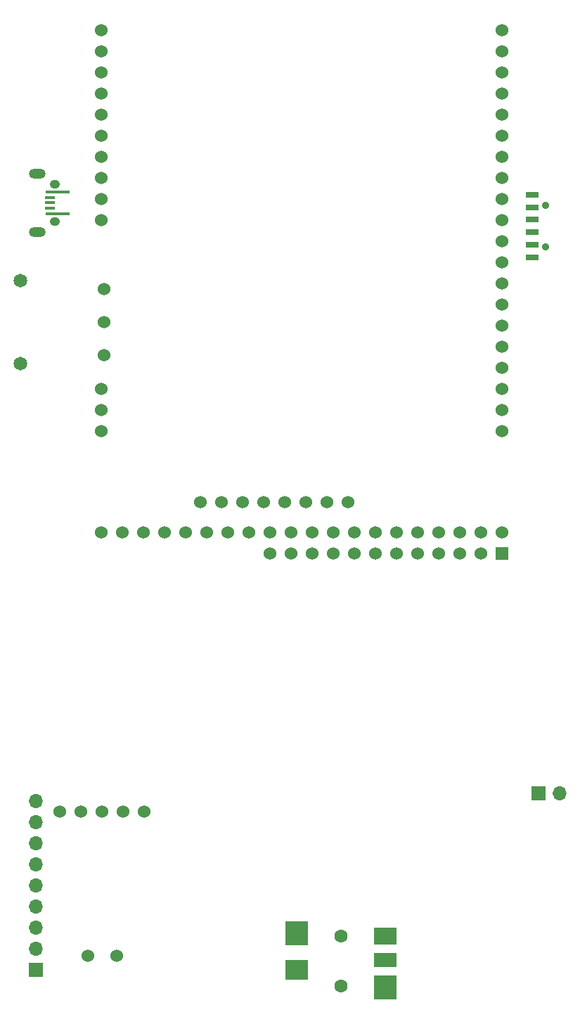
<source format=gbr>
%TF.GenerationSoftware,KiCad,Pcbnew,(5.1.9)-1*%
%TF.CreationDate,2021-03-20T17:22:00+11:00*%
%TF.ProjectId,GBC_motherboard,4742435f-6d6f-4746-9865-72626f617264,rev?*%
%TF.SameCoordinates,Original*%
%TF.FileFunction,Soldermask,Bot*%
%TF.FilePolarity,Negative*%
%FSLAX46Y46*%
G04 Gerber Fmt 4.6, Leading zero omitted, Abs format (unit mm)*
G04 Created by KiCad (PCBNEW (5.1.9)-1) date 2021-03-20 17:22:00*
%MOMM*%
%LPD*%
G01*
G04 APERTURE LIST*
%ADD10R,1.200000X0.400000*%
%ADD11R,3.000000X0.400000*%
%ADD12O,1.200000X1.050000*%
%ADD13O,2.000000X1.200000*%
%ADD14R,1.500000X0.700000*%
%ADD15C,0.900000*%
%ADD16R,1.700000X1.700000*%
%ADD17O,1.700000X1.700000*%
%ADD18C,1.524000*%
%ADD19R,1.524000X1.524000*%
%ADD20C,1.650000*%
%ADD21R,2.700000X2.900000*%
%ADD22R,2.700000X1.800000*%
%ADD23R,2.700000X2.100000*%
%ADD24R,2.700000X2.400000*%
%ADD25C,1.600000*%
G04 APERTURE END LIST*
D10*
%TO.C,U1*%
X114125000Y-63500000D03*
X114125000Y-62850000D03*
D11*
X115025000Y-62200000D03*
X115025000Y-64800000D03*
D10*
X114125000Y-64150000D03*
D12*
X114725000Y-61275000D03*
X114725000Y-65725000D03*
D13*
X112575000Y-60000000D03*
X112575000Y-67000000D03*
%TD*%
D14*
%TO.C,U2*%
X172162000Y-67044000D03*
X172162000Y-68544000D03*
X172162000Y-70044000D03*
X172162000Y-65544000D03*
X172162000Y-64044000D03*
X172162000Y-62544000D03*
D15*
X173787000Y-63794000D03*
X173787000Y-68794000D03*
%TD*%
D16*
%TO.C,J1*%
X112382000Y-155829000D03*
D17*
X112382000Y-153289000D03*
X112382000Y-150749000D03*
X112382000Y-148209000D03*
X112382000Y-145669000D03*
X112382000Y-143129000D03*
X112382000Y-140589000D03*
X112382000Y-138049000D03*
X112382000Y-135509000D03*
%TD*%
D18*
%TO.C,U6*%
X125374000Y-103226000D03*
X160934000Y-103226000D03*
X140614000Y-105766000D03*
X143154000Y-105766000D03*
X130454000Y-103226000D03*
X145694000Y-105766000D03*
X163474000Y-103226000D03*
X148234000Y-105766000D03*
X150774000Y-105766000D03*
X153314000Y-105766000D03*
X158394000Y-105766000D03*
X163474000Y-105766000D03*
X140614000Y-103226000D03*
X155854000Y-105766000D03*
X160934000Y-105766000D03*
X120294000Y-103226000D03*
X145694000Y-103226000D03*
X150774000Y-103226000D03*
X153314000Y-103226000D03*
X135534000Y-103226000D03*
X166014000Y-105766000D03*
D19*
X168554000Y-105766000D03*
D18*
X138074000Y-103226000D03*
X166014000Y-103226000D03*
X158394000Y-103226000D03*
X155854000Y-103226000D03*
X127914000Y-103226000D03*
X122834000Y-103226000D03*
X143154000Y-103226000D03*
X132994000Y-103226000D03*
X168554000Y-103226000D03*
X148234000Y-103226000D03*
%TD*%
%TO.C,U8*%
X118660000Y-154196000D03*
X122150000Y-154195000D03*
X125480000Y-136796000D03*
X122940000Y-136796000D03*
X120400000Y-136796000D03*
X117860000Y-136796000D03*
X115320000Y-136796000D03*
%TD*%
D16*
%TO.C,LS1*%
X172923000Y-134620000D03*
D17*
X175463000Y-134620000D03*
%TD*%
D18*
%TO.C,U3*%
X132182000Y-99568000D03*
X134722000Y-99568000D03*
X137262000Y-99568000D03*
X139802000Y-99568000D03*
X142342000Y-99568000D03*
X144882000Y-99568000D03*
X147422000Y-99568000D03*
X149962000Y-99568000D03*
%TD*%
%TO.C,U7*%
X120581000Y-73851000D03*
X120581000Y-77851000D03*
X120581000Y-81851000D03*
D20*
X110581000Y-72851000D03*
X110581000Y-82851000D03*
%TD*%
D21*
%TO.C,U9*%
X154499000Y-157982000D03*
D22*
X154499000Y-154682000D03*
D23*
X154499000Y-151782000D03*
D21*
X143799000Y-151482000D03*
D24*
X143799000Y-155882000D03*
D25*
X149149000Y-157782000D03*
X149149000Y-151782000D03*
%TD*%
D18*
%TO.C,U5*%
X120244000Y-50393600D03*
X120244000Y-45313600D03*
X120244000Y-47853600D03*
X120244000Y-52933600D03*
X120244000Y-55473600D03*
X120244000Y-42773600D03*
X120244000Y-63093600D03*
X120244000Y-58013600D03*
X120244000Y-60553600D03*
X120244000Y-65633600D03*
X168504000Y-45313600D03*
X168504000Y-47853600D03*
X168504000Y-55473600D03*
X168504000Y-73253600D03*
X168504000Y-68173600D03*
X168504000Y-65633600D03*
X168504000Y-50393600D03*
X168504000Y-42773600D03*
X168504000Y-80873600D03*
X168504000Y-58013600D03*
X168504000Y-85953600D03*
X168504000Y-63093600D03*
X168504000Y-70713600D03*
X120244000Y-91033600D03*
X168504000Y-88493600D03*
X120244000Y-88493600D03*
X168504000Y-91033600D03*
X168504000Y-52933600D03*
X120244000Y-85953600D03*
X168504000Y-75793600D03*
X168504000Y-60553600D03*
X168504000Y-78333600D03*
X168504000Y-83413600D03*
%TD*%
M02*

</source>
